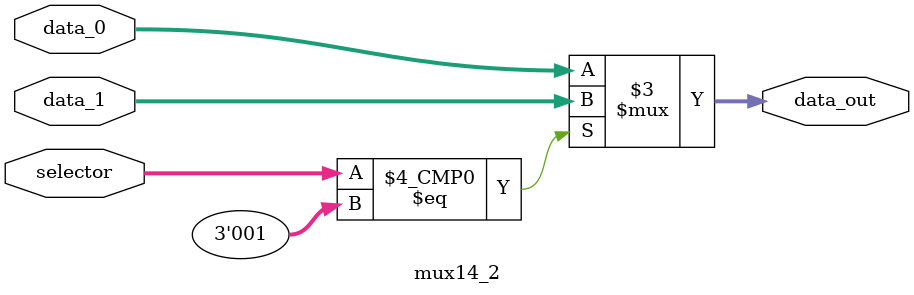
<source format=v>
module mux14_2 (
    input wire [2:0] selector,
    input wire [31:0] data_0,
    input wire [31:0] data_1,
    output reg [31:0] data_out
);

   always @(selector or data_0 or data_1) begin
        case(selector)
            3'b000: data_out = data_0;
            3'b001: data_out = data_1;
            default: data_out = data_0;    
        endcase
    end

endmodule
</source>
